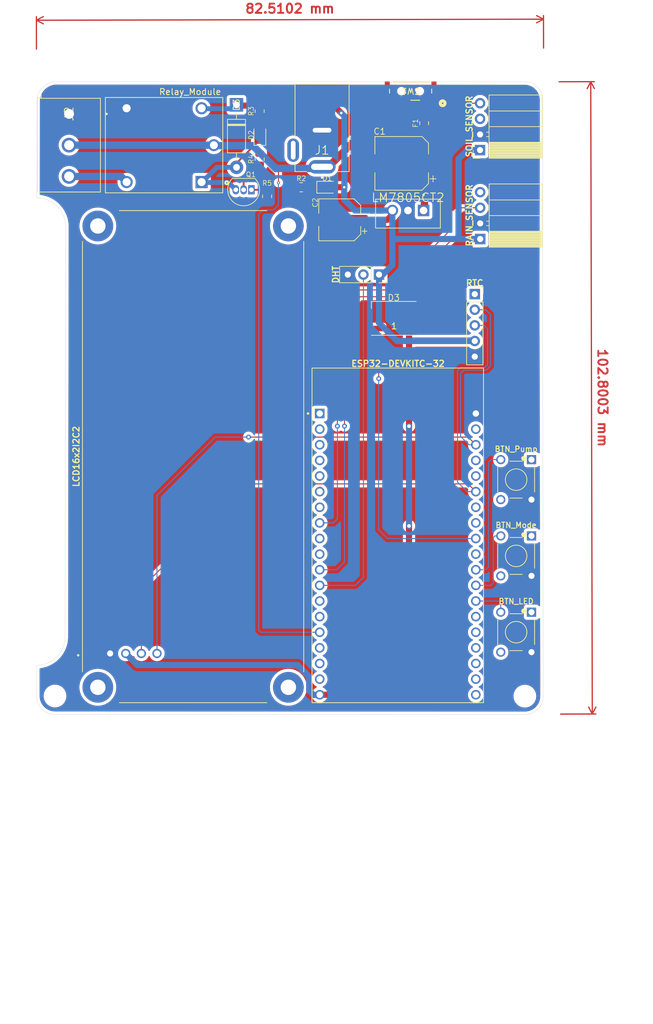
<source format=kicad_pcb>
(kicad_pcb (version 20240108) (generator "pcbnew") (generator_version "8.0")
  (layers (0 "F.Cu" signal) (31 "B.Cu" signal) (34 "B.Paste" user) (35 "F.Paste" user) (36 "B.SilkS" user "B.Silkscreen") (37 "F.SilkS" user "F.Silkscreen") (38 "B.Mask" user) (39 "F.Mask" user) (44 "Edge.Cuts" user))
  (net 0 "")
  (net 1 "+5V")
  (net 4 "Net-(D3-A)")
  (net 7 "/IO_14")
  (net 8 "GND")
  (net 9 "+3.3V")
  (net 10 "/IO_33")
  (net 11 "/IO_04")
  (net 12 "/IO_16")
  (net 13 "/IO_17")
  (net 14 "Net-(F1-Pad2)")
  (net 15 "/IO_22")
  (net 16 "/IO_21")
  (net 17 "Net-(D5-A)")
  (net 18 "Net-(J2-Pin_3)")
  (net 19 "Net-(Q1-B)")
  (net 20 "+12V")
  (net 21 "/IO_18")
  (net 22 "/IO_13")
  (net 23 "/IO_27")
  (net 24 "Net-(D1-K)")
  (net 54 "/+12V Power")
  (net 57 "Net-(Q1-E)")
  (footprint "Connector_PinSocket_2.54mm:PinSocket_1x04_P2.54mm_Horizontal" (layer "F.Cu") (at 172.18 62.7 180)
    (property "Reference" "RAIN_SENSOR" (at 1.75 3.85 90) (layer "F.SilkS") (effects (font (thickness 0.2) (bold yes))))
    (property "Value" "RAIN SENSOR" (hide yes))
    (pad "1" thru_hole rect (at 0 0 180) (size 1.7 1.7) (drill 1) (layers "*.Cu" "*.Mask") (net 1 "+5V"))
    (pad "2" thru_hole oval (at 0 2.54 180) (size 1.7 1.7) (drill 1) (layers "*.Cu" "*.Mask") (net 8 "GND"))
    (pad "3" thru_hole oval (at 0 5.08 180) (size 1.7 1.7) (drill 1) (layers "*.Cu" "*.Mask") (net 23 "/IO_27"))
    (pad "4" thru_hole oval (at 0 7.62 180) (size 1.7 1.7) (drill 1) (layers "*.Cu" "*.Mask"))
  )
  (footprint "Package_TO_SOT_THT:TO-92_Inline" (layer "F.Cu") (at 134.96 54.695 180)
    (property "Reference" "Q1" (at 0.09 2.475 0) (layer "F.SilkS") (effects (font (size 0.8 0.8) (thickness 0.1))))
    (property "Value" "2N3904" (hide yes))
    (pad "1" thru_hole rect (at 0 0 180) (size 1.05 1.5) (drill 0.75) (layers "*.Cu" "*.Mask") (net 57 "Net-(Q1-E)"))
    (pad "2" thru_hole oval (at 1.27 0 180) (size 1.05 1.5) (drill 0.75) (layers "*.Cu" "*.Mask") (net 19 "Net-(Q1-B)"))
    (pad "3" thru_hole oval (at 2.54 0 180) (size 1.05 1.5) (drill 0.75) (layers "*.Cu" "*.Mask") (net 4 "Net-(D3-A)"))
  )
  (footprint "Fuse:Fuse_0805_2012Metric" (layer "F.Cu") (at 163.07 43.87 90)
    (property "Reference" "F1" (at 0 -1.42 90) (layer "F.SilkS") (effects (font (size 0.8 0.8) (thickness 0.1))))
    (property "Value" "Fuse" (hide yes))
    (pad "1" smd roundrect (at -0.9375 0 90) (size 0.975 1.4) (layers "F.Cu" "F.Paste" "F.Mask") (net 20 "+12V"))
    (pad "2" smd roundrect (at 0.9375 0 90) (size 0.975 1.4) (layers "F.Cu" "F.Paste" "F.Mask") (net 14 "Net-(F1-Pad2)"))
  )
  (footprint "Smart_Farm:LM7805CT" (layer "F.Cu") (at 160.43 58.06 180)
    (property "Reference" "LM7805CT2" (at 0 2.09 0) (layer "F.SilkS") (effects (font (size 1.4 1.4))))
    (property "Value" "LM7805CT" (hide yes))
    (pad "1" thru_hole rect (at -2.54 0 180) (size 1.86 1.86) (drill 1.24) (layers "*.Cu" "*.Mask") (net 20 "+12V"))
    (pad "2" thru_hole circle (at 0 0 180) (size 1.86 1.86) (drill 1.24) (layers "*.Cu" "*.Mask") (net 8 "GND"))
    (pad "3" thru_hole circle (at 2.54 0 180) (size 1.86 1.86) (drill 1.24) (layers "*.Cu" "*.Mask") (net 1 "+5V"))
  )
  (footprint "Smart_Farm:MODULE_ESP32-DEVKITC-32D" (layer "F.Cu") (at 158.77 110.83)
    (property "Reference" "ESP32-DEVKITC-32" (at 0.04 -27.87 0) (layer "F.SilkS") (effects (font (size 1.000386 1.000386) (thickness 0.200077) (bold yes))))
    (property "Value" "ESP32-DEVKITC-32D" (hide yes))
    (pad "J2-1" thru_hole rect (at -12.7 -19.76) (size 1.56 1.56) (drill 1.04) (layers "*.Cu" "*.Mask") (net 9 "+3.3V"))
    (pad "J2-2" thru_hole circle (at -12.7 -17.22) (size 1.56 1.56) (drill 1.04) (layers "*.Cu" "*.Mask"))
    (pad "J2-3" thru_hole circle (at -12.7 -14.68) (size 1.56 1.56) (drill 1.04) (layers "*.Cu" "*.Mask"))
    (pad "J2-4" thru_hole circle (at -12.7 -12.14) (size 1.56 1.56) (drill 1.04) (layers "*.Cu" "*.Mask"))
    (pad "J2-5" thru_hole circle (at -12.7 -9.6) (size 1.56 1.56) (drill 1.04) (layers "*.Cu" "*.Mask"))
    (pad "J2-6" thru_hole circle (at -12.7 -7.06) (size 1.56 1.56) (drill 1.04) (layers "*.Cu" "*.Mask"))
    (pad "J2-7" thru_hole circle (at -12.7 -4.52) (size 1.56 1.56) (drill 1.04) (layers "*.Cu" "*.Mask"))
    (pad "J2-8" thru_hole circle (at -12.7 -1.98) (size 1.56 1.56) (drill 1.04) (layers "*.Cu" "*.Mask") (net 10 "/IO_33"))
    (pad "J2-9" thru_hole circle (at -12.7 0.56) (size 1.56 1.56) (drill 1.04) (layers "*.Cu" "*.Mask"))
    (pad "J2-10" thru_hole circle (at -12.7 3.1) (size 1.56 1.56) (drill 1.04) (layers "*.Cu" "*.Mask"))
    (pad "J2-11" thru_hole circle (at -12.7 5.64) (size 1.56 1.56) (drill 1.04) (layers "*.Cu" "*.Mask") (net 23 "/IO_27"))
    (pad "J2-12" thru_hole circle (at -12.7 8.18) (size 1.56 1.56) (drill 1.04) (layers "*.Cu" "*.Mask") (net 7 "/IO_14"))
    (pad "J2-13" thru_hole circle (at -12.7 10.72) (size 1.56 1.56) (drill 1.04) (layers "*.Cu" "*.Mask"))
    (pad "J2-14" thru_hole circle (at -12.7 13.26) (size 1.56 1.56) (drill 1.04) (layers "*.Cu" "*.Mask"))
    (pad "J2-15" thru_hole circle (at -12.7 15.8) (size 1.56 1.56) (drill 1.04) (layers "*.Cu" "*.Mask") (net 22 "/IO_13"))
    (pad "J2-16" thru_hole circle (at -12.7 18.34) (size 1.56 1.56) (drill 1.04) (layers "*.Cu" "*.Mask"))
    (pad "J2-17" thru_hole circle (at -12.7 20.88) (size 1.56 1.56) (drill 1.04) (layers "*.Cu" "*.Mask"))
    (pad "J2-18" thru_hole circle (at -12.7 23.42) (size 1.56 1.56) (drill 1.04) (layers "*.Cu" "*.Mask"))
    (pad "J2-19" thru_hole circle (at -12.7 25.96) (size 1.56 1.56) (drill 1.04) (layers "*.Cu" "*.Mask") (net 1 "+5V"))
    (pad "J3-1" thru_hole circle (at 12.7 -19.76) (size 1.56 1.56) (drill 1.04) (layers "*.Cu" "*.Mask") (net 8 "GND"))
    (pad "J3-2" thru_hole circle (at 12.7 -17.22) (size 1.56 1.56) (drill 1.04) (layers "*.Cu" "*.Mask"))
    (pad "J3-3" thru_hole circle (at 12.7 -14.68) (size 1.56 1.56) (drill 1.04) (layers "*.Cu" "*.Mask") (net 15 "/IO_22"))
    (pad "J3-4" thru_hole circle (at 12.7 -12.14) (size 1.56 1.56) (drill 1.04) (layers "*.Cu" "*.Mask"))
    (pad "J3-5" thru_hole circle (at 12.7 -9.6) (size 1.56 1.56) (drill 1.04) (layers "*.Cu" "*.Mask"))
    (pad "J3-6" thru_hole circle (at 12.7 -7.06) (size 1.56 1.56) (drill 1.04) (layers "*.Cu" "*.Mask") (net 16 "/IO_21"))
    (pad "J3-7" thru_hole circle (at 12.7 -4.52) (size 1.56 1.56) (drill 1.04) (layers "*.Cu" "*.Mask"))
    (pad "J3-8" thru_hole circle (at 12.7 -1.98) (size 1.56 1.56) (drill 1.04) (layers "*.Cu" "*.Mask"))
    (pad "J3-9" thru_hole circle (at 12.7 0.56) (size 1.56 1.56) (drill 1.04) (layers "*.Cu" "*.Mask") (net 21 "/IO_18"))
    (pad "J3-10" thru_hole circle (at 12.7 3.1) (size 1.56 1.56) (drill 1.04) (layers "*.Cu" "*.Mask"))
    (pad "J3-11" thru_hole circle (at 12.7 5.64) (size 1.56 1.56) (drill 1.04) (layers "*.Cu" "*.Mask") (net 13 "/IO_17"))
    (pad "J3-12" thru_hole circle (at 12.7 8.18) (size 1.56 1.56) (drill 1.04) (layers "*.Cu" "*.Mask") (net 12 "/IO_16"))
    (pad "J3-13" thru_hole circle (at 12.7 10.72) (size 1.56 1.56) (drill 1.04) (layers "*.Cu" "*.Mask") (net 11 "/IO_04"))
    (pad "J3-14" thru_hole circle (at 12.7 13.26) (size 1.56 1.56) (drill 1.04) (layers "*.Cu" "*.Mask"))
    (pad "J3-15" thru_hole circle (at 12.7 15.8) (size 1.56 1.56) (drill 1.04) (layers "*.Cu" "*.Mask"))
    (pad "J3-16" thru_hole circle (at 12.7 18.34) (size 1.56 1.56) (drill 1.04) (layers "*.Cu" "*.Mask"))
    (pad "J3-17" thru_hole circle (at 12.7 20.88) (size 1.56 1.56) (drill 1.04) (layers "*.Cu" "*.Mask"))
    (pad "J3-18" thru_hole circle (at 12.7 23.42) (size 1.56 1.56) (drill 1.04) (layers "*.Cu" "*.Mask"))
    (pad "J3-19" thru_hole circle (at 12.7 25.96) (size 1.56 1.56) (drill 1.04) (layers "*.Cu" "*.Mask"))
  )
  (footprint "Smart_Farm:Button" (layer "F.Cu") (at 178.03 126.61875 -90)
    (property "Reference" "BTN_LED" (at -5.00875 0 0) (layer "F.SilkS") (effects (font (size 0.9 0.9) (thickness 0.160239) (bold yes))))
    (property "Value" "FSM8JH" (hide yes))
    (pad "1" thru_hole rect (at -3.25 -2.5 270) (size 1.498 1.498) (drill 0.99) (layers "*.Cu" "*.Mask"))
    (pad "2" thru_hole circle (at -3.25 2.5 270) (size 1.498 1.498) (drill 0.99) (layers "*.Cu" "*.Mask") (net 11 "/IO_04"))
    (pad "3" thru_hole circle (at 3.25 -2.5 270) (size 1.498 1.498) (drill 0.99) (layers "*.Cu" "*.Mask") (net 8 "GND"))
    (pad "4" thru_hole circle (at 3.25 2.5 270) (size 1.498 1.498) (drill 0.99) (layers "*.Cu" "*.Mask"))
  )
  (footprint "Resistor_SMD:R_0805_2012Metric" (layer "F.Cu") (at 143.065 54.29)
    (property "Reference" "R2" (at 0.005 -1.42 0) (layer "F.SilkS") (effects (font (size 0.8 0.8) (thickness 0.1))))
    (property "Value" "1k")
    (pad "1" smd roundrect (at -0.9125 0) (size 1.025 1.4) (layers "F.Cu" "F.Paste" "F.Mask") (roundrect_rratio 0.243902) (net 8 "GND"))
    (pad "2" smd roundrect (at 0.9125 0) (size 1.025 1.4) (layers "F.Cu" "F.Paste" "F.Mask") (roundrect_rratio 0.243902) (net 24 "Net-(D1-K)"))
  )
  (footprint "Smart_Farm:RELAY_SRD-05VDC-SL-C" (layer "F.Cu") (at 120.75 47.44 180)
    (property "Reference" "Relay_Module" (at -4.23 8.67 0) (layer "F.SilkS") (effects (font (size 1.000094 1.000094))))
    (property "Value" "Relay Module" (hide yes))
    (pad "A1" thru_hole rect (at -6.1 -6 180) (size 1.98 1.98) (drill 1.32) (layers "*.Cu" "*.Mask") (net 4 "Net-(D3-A)"))
    (pad "A2" thru_hole circle (at -6.1 6 180) (size 1.98 1.98) (drill 1.32) (layers "*.Cu" "*.Mask") (net 1 "+5V"))
    (pad "COM" thru_hole circle (at -8.1 0 180) (size 1.935 1.935) (drill 1.29) (layers "*.Cu" "*.Mask") (net 54 "/+12V Power"))
    (pad "NC" thru_hole circle (at 6.1 -6 180) (size 1.98 1.98) (drill 1.32) (layers "*.Cu" "*.Mask") (net 18 "Net-(J2-Pin_3)"))
    (pad "NO" thru_hole circle (at 6.1 6 180) (size 1.98 1.98) (drill 1.32) (layers "*.Cu" "*.Mask") (net 8 "GND"))
  )
  (footprint "MountingHole:MountingHole_3.2mm_M3_ISO14580" (layer "F.Cu") (at 103 137)
    (property "Reference" "H1" (at 0 0 0) (layer "F.SilkS"))
    (property "Value" "MountingHole" (hide yes))
    (pad "" np_thru_hole circle (at 0 0) (size 3.2 3.2) (drill 3.2) (layers "*.Cu" "*.Mask"))
  )
  (footprint "Resistor_SMD:R_0805_2012Metric" (layer "F.Cu") (at 136.295 41.9125 90)
    (property "Reference" "R3" (at 0.0025 -1.375 90) (layer "F.SilkS") (effects (font (size 0.8 0.8) (thickness 0.1))))
    (property "Value" "1k" (hide yes))
    (pad "1" smd roundrect (at -0.9125 0 90) (size 1.025 1.4) (layers "F.Cu" "F.Paste" "F.Mask") (roundrect_rratio 0.243902) (net 17 "Net-(D5-A)"))
    (pad "2" smd roundrect (at 0.9125 0 90) (size 1.025 1.4) (layers "F.Cu" "F.Paste" "F.Mask") (roundrect_rratio 0.243902) (net 1 "+5V"))
  )
  (footprint "Diode_THT:D_DO-41_SOD81_P10.16mm_Horizontal" (layer "F.Cu") (at 132.53 40.885 -90)
    (property "Reference" "D3" (at 0 0 90) (layer "F.SilkS"))
    (property "Value" "1N4007" (hide yes))
    (pad "1" thru_hole rect (at 0 0 270) (size 2.2 2.2) (drill 1.1) (layers "*.Cu" "*.Mask") (net 1 "+5V"))
    (pad "2" thru_hole oval (at 10.16 0 270) (size 2.2 2.2) (drill 1.1) (layers "*.Cu" "*.Mask") (net 4 "Net-(D3-A)"))
  )
  (footprint "Smart_Farm:CUI_TB004-508-03BE" (layer "F.Cu") (at 105.2875 42.36 -90)
    (property "Reference" "J2" (at 0 0 90) (layer "F.SilkS") (effects (font (size 1.4 1.4))))
    (property "Value" "Screw_Terminal_01x03" (hide yes))
    (pad "1" thru_hole rect (at 0 0 270) (size 2.4 2.4) (drill 1.6) (layers "*.Cu" "*.Mask") (net 8 "GND"))
    (pad "2" thru_hole circle (at 5.08 0 270) (size 2.4 2.4) (drill 1.6) (layers "*.Cu" "*.Mask") (net 54 "/+12V Power"))
    (pad "3" thru_hole circle (at 10.16 0 270) (size 2.4 2.4) (drill 1.6) (layers "*.Cu" "*.Mask") (net 18 "Net-(J2-Pin_3)"))
  )
  (footprint "LED_SMD:LED_0805_2012Metric" (layer "F.Cu") (at 136.34 45.7925 90)
    (property "Reference" "D2" (at 0 -1.41 90) (layer "F.SilkS") (effects (font (size 0.8 0.8) (thickness 0.1))))
    (property "Value" "LED" (hide yes))
    (pad "1" smd roundrect (at -0.9375 0 90) (size 0.975 1.4) (layers "F.Cu" "F.Paste" "F.Mask") (net 4 "Net-(D3-A)"))
    (pad "2" smd roundrect (at 0.9375 0 90) (size 0.975 1.4) (layers "F.Cu" "F.Paste" "F.Mask") (net 17 "Net-(D5-A)"))
  )
  (footprint "Capacitor_SMD:CP_Elec_8x10.5" (layer "F.Cu") (at 159.41 50.4 180)
    (property "Reference" "C1" (at 3.6 5.2 0) (layer "F.SilkS") (effects (font (thickness 0.125))))
    (property "Value" "470uF" (hide yes))
    (pad "1" smd roundrect (at -3.7 0 180) (size 4.4 2.5) (layers "F.Cu" "F.Paste" "F.Mask") (roundrect_rratio 0.1) (net 20 "+12V"))
    (pad "2" smd roundrect (at 3.7 0 180) (size 4.4 2.5) (layers "F.Cu" "F.Paste" "F.Mask") (roundrect_rratio 0.1) (net 8 "GND"))
  )
  (footprint "Resistor_SMD:R_0805_2012Metric" (layer "F.Cu") (at 136.295 49.7125 -90)
    (property "Reference" "R4" (at 0 1.375 90) (layer "F.SilkS") (effects (font (size 0.8 0.8) (thickness 0.1))))
    (property "Value" "1k" (hide yes))
    (pad "1" smd roundrect (at -0.9125 0 270) (size 1.025 1.4) (layers "F.Cu" "F.Paste" "F.Mask") (roundrect_rratio 0.243902) (net 22 "/IO_13"))
    (pad "2" smd roundrect (at 0.9125 0 270) (size 1.025 1.4) (layers "F.Cu" "F.Paste" "F.Mask") (roundrect_rratio 0.243902) (net 19 "Net-(Q1-B)"))
  )
  (footprint "Smart_Farm:MK-12C02-G020_GSW" (layer "F.Cu") (at 160.8614 38.66 180)
    (property "Reference" "SW1" (at 0 0 180) (layer "F.SilkS"))
    (property "Value" "MK-12C02-G020" (hide yes))
    (pad "" np_thru_hole circle (at -1.4986 0 180) (size 0.889 0.889) (drill 0.889) (layers "*.Cu" "*.Mask"))
    (pad "" np_thru_hole circle (at 1.4986 0 180) (size 0.889 0.889) (drill 0.889) (layers "*.Cu" "*.Mask"))
    (pad "1" smd rect (at -2.2479 -2.07518 180) (size 0.889 1.2446) (layers "F.Cu" "F.Paste" "F.Mask") (net 14 "Net-(F1-Pad2)"))
    (pad "2" smd rect (at 0.7493 -2.07518 180) (size 0.889 1.2446) (layers "F.Cu" "F.Paste" "F.Mask") (net 54 "/+12V Power"))
    (pad "3" smd rect (at 2.2479 -2.07518 180) (size 0.889 1.2446) (layers "F.Cu" "F.Paste" "F.Mask"))
    (pad "4" smd rect (at -3.79984 -1.1303 180) (size 0.8128 0.9398) (layers "F.Cu" "F.Paste" "F.Mask") (net 8 "GND"))
    (pad "5" smd rect (at 3.79984 -1.1303 180) (size 0.8128 0.9398) (layers "F.Cu" "F.Paste" "F.Mask") (net 8 "GND"))
    (pad "6" smd rect (at -3.79984 1.1303 180) (size 0.8128 0.9398) (layers "F.Cu" "F.Paste" "F.Mask") (net 8 "GND"))
    (pad "7" smd rect (at 3.79984 1.1303 180) (size 0.8128 0.9398) (layers "F.Cu" "F.Paste" "F.Mask") (net 8 "GND"))
  )
  (footprint "MountingHole:MountingHole_3.2mm_M3_ISO14580" (layer "F.Cu") (at 179.45 137.02)
    (property "Reference" "H2" (at 0 0 0) (layer "F.SilkS"))
    (property "Value" "MountingHole" (hide yes))
    (pad "" np_thru_hole circle (at 0 0) (size 3.2 3.2) (drill 3.2) (layers "*.Cu" "*.Mask"))
  )
  (footprint "Smart_Farm:Button" (layer "F.Cu") (at 178.03 114.219375 -90)
    (property "Reference" "BTN_Mode" (at -4.999375 0.01 0) (layer "F.SilkS") (effects (font (size 0.9 0.9) (thickness 0.160239) (bold yes))))
    (property "Value" "FSM8JH" (hide yes))
    (pad "1" thru_hole rect (at -3.25 -2.5 270) (size 1.498 1.498) (drill 0.99) (layers "*.Cu" "*.Mask"))
    (pad "2" thru_hole circle (at -3.25 2.5 270) (size 1.498 1.498) (drill 0.99) (layers "*.Cu" "*.Mask") (net 12 "/IO_16"))
    (pad "3" thru_hole circle (at 3.25 -2.5 270) (size 1.498 1.498) (drill 0.99) (layers "*.Cu" "*.Mask") (net 8 "GND"))
    (pad "4" thru_hole circle (at 3.25 2.5 270) (size 1.498 1.498) (drill 0.99) (layers "*.Cu" "*.Mask"))
  )
  (footprint "Connector_PinSocket_2.54mm:PinSocket_1x04_P2.54mm_Horizontal" (layer "F.Cu") (at 172.16 48.24 180)
    (property "Reference" "SOIL_SENSOR" (at 1.75 3.85 90) (layer "F.SilkS") (effects (font (thickness 0.2) (bold yes))))
    (property "Value" "SOIL SENSOR" (hide yes))
    (pad "1" thru_hole rect (at 0 0 180) (size 1.7 1.7) (drill 1) (layers "*.Cu" "*.Mask") (net 1 "+5V"))
    (pad "2" thru_hole oval (at 0 2.54 180) (size 1.7 1.7) (drill 1) (layers "*.Cu" "*.Mask") (net 8 "GND"))
    (pad "3" thru_hole oval (at 0 5.08 180) (size 1.7 1.7) (drill 1) (layers "*.Cu" "*.Mask"))
    (pad "4" thru_hole oval (at 0 7.62 180) (size 1.7 1.7) (drill 1) (layers "*.Cu" "*.Mask") (net 10 "/IO_33"))
  )
  (footprint "Connector_PinSocket_2.54mm:PinSocket_1x03_P2.54mm_Vertical" (layer "F.Cu") (at 155.72 68.48 -90)
    (property "Reference" "DHT" (at -0.01 7.04 90) (layer "F.SilkS") (effects (font (thickness 0.2) (bold yes))))
    (property "Value" "DHT11" (hide yes))
    (pad "1" thru_hole rect (at 0 0 270) (size 1.7 1.7) (drill 1) (layers "*.Cu" "*.Mask") (net 1 "+5V"))
    (pad "2" thru_hole oval (at 0 2.54 270) (size 1.7 1.7) (drill 1) (layers "*.Cu" "*.Mask") (net 7 "/IO_14"))
    (pad "3" thru_hole oval (at 0 5.08 270) (size 1.7 1.7) (drill 1) (layers "*.Cu" "*.Mask") (net 8 "GND"))
  )
  (footprint "Resistor_SMD:R_0805_2012Metric" (layer "F.Cu") (at 137.51 55.7625 90)
    (property "Reference" "R5" (at 2.1425 0 180) (layer "F.SilkS") (effects (font (size 0.8 0.8) (thickness 0.1))))
    (property "Value" "10k" (hide yes))
    (pad "1" smd roundrect (at -0.9125 0 90) (size 1.025 1.4) (layers "F.Cu" "F.Paste" "F.Mask") (roundrect_rratio 0.243902) (net 8 "GND"))
    (pad "2" smd roundrect (at 0.9125 0 90) (size 1.025 1.4) (layers "F.Cu" "F.Paste" "F.Mask") (roundrect_rratio 0.243902) (net 57 "Net-(Q1-E)"))
  )
  (footprint "Smart_Farm:MPD_EJ508A" (layer "F.Cu") (at 146.45 48.26 180)
    (property "Reference" "J1" (at 0 0 0) (layer "F.SilkS") (effects (font (size 1.4 1.4))))
    (property "Value" "EJ508A")
    (pad "1" thru_hole oval (at 0 -2.705 180) (size 4.4 2.2) (drill oval 3.56 1.02) (layers "*.Cu" "*.Mask") (net 54 "/+12V Power"))
    (pad "2" thru_hole oval (at 0 3.25 180) (size 3.8 1.9) (drill oval 3.05 0.76) (layers "*.Cu" "*.Mask") (net 8 "GND"))
    (pad "3" thru_hole oval (at 4.69 0 180) (size 1.9 3.8) (drill oval 0.76 3.05) (layers "*.Cu" "*.Mask"))
  )
  (footprint "LED_SMD:LED_WS2812B_PLCC4_5.0x5.0mm_P3.2mm" (layer "F.Cu") (at 158.12 75.6 180)
    (property "Reference" "D3" (at 0 3.35 0) (layer "F.SilkS") (effects (font (thickness 0.125))))
    (property "Value" "WS2812B" (hide yes))
    (fp_text user "1" (at -0.05 -1.26 360) (layer "F.SilkS"))
    (pad "1" smd rect (at -2.45 -1.65 180) (size 1.5 0.9) (layers "F.Cu" "F.Paste" "F.Mask") (net 1 "+5V"))
    (pad "2" smd rect (at -2.45 1.65 180) (size 1.5 0.9) (layers "F.Cu" "F.Paste" "F.Mask"))
    (pad "3" smd rect (at 2.45 1.65 180) (size 1.5 0.9) (layers "F.Cu" "F.Paste" "F.Mask") (net 8 "GND"))
    (pad "4" smd rect (at 2.45 -1.65 180) (size 1.5 0.9) (layers "F.Cu" "F.Paste" "F.Mask") (net 21 "/IO_18"))
  )
  (footprint "Smart_Farm:Button" (layer "F.Cu") (at 178.03 101.82 -90)
    (property "Reference" "BTN_Pump" (at -4.97 0 0) (layer "F.SilkS") (effects (font (size 0.9 0.9) (thickness 0.160239) (bold yes))))
    (property "Value" "FSM8JH" (hide yes))
    (pad "1" thru_hole rect (at -3.25 -2.5 270) (size 1.498 1.498) (drill 0.99) (layers "*.Cu" "*.Mask"))
    (pad "2" thru_hole circle (at -3.25 2.5 270) (size 1.498 1.498) (drill 0.99) (layers "*.Cu" "*.Mask") (net 13 "/IO_17"))
    (pad "3" thru_hole circle (at 3.25 -2.5 270) (size 1.498 1.498) (drill 0.99) (layers "*.Cu" "*.Mask") (net 8 "GND"))
    (pad "4" thru_hole circle (at 3.25 2.5 270) (size 1.498 1.498) (drill 0.99) (layers "*.Cu" "*.Mask"))
  )
  (footprint "LED_SMD:LED_0805_2012Metric" (layer "F.Cu") (at 147.285 54.28)
    (property "Reference" "D1" (at 0.005 -1.45 0) (layer "F.SilkS") (effects (font (size 0.8 0.8) (thickness 0.1))))
    (property "Value" "LED" (hide yes))
    (pad "1" smd roundrect (at -0.9375 0) (size 0.975 1.4) (layers "F.Cu" "F.Paste" "F.Mask") (net 24 "Net-(D1-K)"))
    (pad "2" smd roundrect (at 0.9375 0) (size 0.975 1.4) (layers "F.Cu" "F.Paste" "F.Mask") (net 1 "+5V"))
  )
  (footprint "Smart_Farm:LCD_LCD2X16" (layer "F.Cu") (at 125.47 98.08 90)
    (property "Reference" "LCD16x2I2C2" (at 0.02 -19.02 90) (layer "F.SilkS") (effects (font (thickness 0.2) (bold yes))))
    (property "Value" "LCD 16x2 I2C" (hide yes))
    (pad "1" thru_hole rect (at -32 -13.5) (size 1.508 1.508) (drill 1) (layers "*.Cu" "*.Mask") (net 8 "GND"))
    (pad "2" thru_hole circle (at -32 -10.96) (size 1.508 1.508) (drill 1) (layers "*.Cu" "*.Mask") (net 1 "+5V"))
    (pad "3" thru_hole circle (at -32 -8.42) (size 1.508 1.508) (drill 1) (layers "*.Cu" "*.Mask") (net 16 "/IO_21"))
    (pad "4" thru_hole circle (at -32 -5.88) (size 1.508 1.508) (drill 1) (layers "*.Cu" "*.Mask") (net 15 "/IO_22"))
    (pad "S1" thru_hole circle (at -37.5 -15.5 90) (size 5 5) (drill 2.5) (layers "*.Cu" "*.Mask"))
    (pad "S2" thru_hole circle (at 37.5 -15.5 90) (size 5 5) (drill 2.5) (layers "*.Cu" "*.Mask"))
    (pad "S3" thru_hole circle (at 37.5 15.5 90) (size 5 5) (drill 2.5) (layers "*.Cu" "*.Mask"))
    (pad "S4" thru_hole circle (at -37.5 15.5 90) (size 5 5) (drill 2.5) (layers "*.Cu" "*.Mask"))
  )
  (footprint "Connector_PinSocket_2.54mm:PinSocket_1x05_P2.54mm_Vertical" (layer "F.Cu") (at 171.3 71.66)
    (property "Reference" "RTC" (at -0.025 -1.8 0) (layer "F.SilkS") (effects (font (thickness 0.2) (bold yes))))
    (property "Value" "RTC" (hide yes))
    (pad "1" thru_hole rect (at 0 0) (size 1.7 1.7) (drill 1) (layers "*.Cu" "*.Mask"))
    (pad "2" thru_hole oval (at 0 2.54) (size 1.7 1.7) (drill 1) (layers "*.Cu" "*.Mask") (net 15 "/IO_22"))
    (pad "3" thru_hole oval (at 0 5.08) (size 1.7 1.7) (drill 1) (layers "*.Cu" "*.Mask") (net 16 "/IO_21"))
    (pad "4" thru_hole oval (at 0 7.62) (size 1.7 1.7) (drill 1) (layers "*.Cu" "*.Mask") (net 1 "+5V"))
    (pad "5" thru_hole oval (at 0 10.16) (size 1.7 1.7) (drill 1) (layers "*.Cu" "*.Mask") (net 8 "GND"))
  )
  (footprint "Capacitor_SMD:CP_Elec_6.3x5.4" (layer "F.Cu") (at 149.33 59.58 180)
    (property "Reference" "C2" (at 3.99 2.8 270) (layer "F.SilkS") (effects (font (size 0.8 0.8) (thickness 0.1))))
    (property "Value" "100uF" (hide yes))
    (pad "1" smd roundrect (at -2.8 0 180) (size 3.5 1.6) (layers "F.Cu" "F.Paste" "F.Mask") (roundrect_rratio 0.15625) (net 1 "+5V"))
    (pad "2" smd roundrect (at 2.8 0 180) (size 3.5 1.6) (layers "F.Cu" "F.Paste" "F.Mask") (roundrect_rratio 0.15625) (net 8 "GND"))
  )
  (gr_line (start 100.77 39.68) (end 100.77 39.115) (stroke (width 0.1)) (layer "F.SilkS"))
  (gr_line (start 100.205 39.68) (end 100.77 39.68) (stroke (width 0.1)) (layer "F.SilkS"))
  (gr_arc (start 182.45 137.02) (mid 181.57132 139.14132) (end 179.45 140.02) (stroke (width 0.05)) (layer "Edge.Cuts"))
  (gr_line (start 182.321399 72.991018) (end 182.453688 134.048077) (stroke (width 0.05)) (layer "Edge.Cuts"))
  (gr_line (start 100 137) (end 99.99 132.02) (stroke (width 0.05)) (layer "Edge.Cuts"))
  (gr_line (start 182.370129 40.08) (end 182.321399 72.991018) (stroke (width 0.05)) (layer "Edge.Cuts"))
  (gr_line (start 104.730034 60.711696) (end 104.641741 127.328367) (stroke (width 0.05)) (layer "Edge.Cuts"))
  (gr_arc (start 179.594663 37.13) (mid 181.567199 38.054796) (end 182.370129 40.08) (stroke (width 0.05)) (layer "Edge.Cuts"))
  (gr_arc (start 103 140) (mid 100.87868 139.12132) (end 100 137) (stroke (width 0.05)) (layer "Edge.Cuts"))
  (gr_line (start 100.018304 55.999966) (end 100.03267 40.342073) (stroke (width 0.05)) (layer "Edge.Cuts"))
  (gr_line (start 182.453688 134.048077) (end 182.45 137.02) (stroke (width 0.05)) (layer "Edge.Cuts"))
  (gr_line (start 103.55 37.1) (end 179.594663 37.13) (stroke (width 0.05)) (layer "Edge.Cuts"))
  (gr_arc (start 100.03267 40.342073) (mid 101.080892 37.950275) (end 103.55 37.1) (stroke (width 0.05)) (layer "Edge.Cuts"))
  (gr_line (start 179.45 140.02) (end 103 140) (stroke (width 0.05)) (layer "Edge.Cuts"))
  (gr_arc (start 100.018304 55.999966) (mid 103.35 57.38) (end 104.730034 60.711696) (stroke (width 0.05)) (layer "Edge.Cuts"))
  (gr_arc (start 104.641741 127.328367) (mid 103.281678 130.631779) (end 99.99 132.02) (stroke (width 0.05)) (layer "Edge.Cuts"))
  (dimension (type aligned) (layer "F.Cu") (pts (xy 184.515786 37.133751) (xy 184.765786 139.933751)) (height -5.654231) (gr_text "102.8003 mm" (at 192.094995 88.515623 270.1393377) (layer "F.Cu") (effects (font (size 1.5 1.5) (thickness 0.3)))) (format (prefix "") (suffix "") (units 3) (units_format 1) (precision 4)) (style (thickness 0.2) (arrow_length 1.27) (text_position_mode 0) (extension_height 0.58642) (extension_offset 0.5) keep_text_aligned))
  (dimension (type aligned) (layer "F.Cu") (pts (xy 99.980711 32.328621) (xy 182.490711 32.158621)) (height -5.198632) (gr_text "82.5102 mm" (at 141.221291 25.245004 0.1180495544) (layer "F.Cu") (effects (font (size 1.5 1.5) (thickness 0.3)))) (format (prefix "") (suffix "") (units 3) (units_format 1) (precision 4)) (style (thickness 0.2) (arrow_length 1.27) (text_position_mode 0) (extension_height 0.58642) (extension_offset 0.5) keep_text_aligned))
  (segment (start 136.285 41.01) (end 136.295 41) (width 1) (layer "F.Cu") (net 1))
  (segment (start 133.07 40.345) (end 132.53 40.885) (width 0.8) (layer "F.Cu") (net 1))
  (segment (start 160.7 79.21) (end 171.23 79.21) (width 1) (layer "F.Cu") (net 1))
  (segment (start 150.0575 54.28) (end 148.2225 54.28) (width 1) (layer "F.Cu") (net 1))
  (segment (start 157.89 58.74) (end 157.89 58.06) (width 1) (layer "F.Cu") (net 1))
  (segment (start 149.58 42.21) (end 148.37 41) (width 1) (layer "F.Cu") (net 1))
  (segment (start 152.13 59.58) (end 157.05 59.58) (width 1) (layer "F.Cu") (net 1))
  (segment (start 157.05 59.58) (end 157.89 58.74) (width 1) (layer "F.Cu") (net 1))
  (segment (start 160.6 77.84) (end 160.6 93.12) (width 1) (layer "F.Cu") (net 1))
  (segment (start 160.57 77.81) (end 160.6 77.84) (width 1) (layer "F.Cu") (net 1))
  (segment (start 171.23 79.21) (end 171.3 79.28) (width 1) (layer "F.Cu") (net 1))
  (segment (start 160.6 135.55) (end 159.36 136.79) (width 1) (layer "F.Cu") (net 1))
  (segment (start 160.57 77.25) (end 160.57 77.81) (width 1) (layer "F.Cu") (net 1))
  (segment (start 160.6 109.35) (end 160.6 135.55) (width 1) (layer "F.Cu") (net 1))
  (segment (start 160.6 79.11) (end 160.7 79.21) (width 1) (layer "F.Cu") (net 1))
  (segment (start 148.37 41) (end 136.295 41) (width 1) (layer "F.Cu") (net 1))
  (segment (start 159.36 136.79) (end 146.07 136.79) (width 1) (layer "F.Cu") (net 1))
  (segment (start 132.655 41.01) (end 136.285 41.01) (width 1) (layer "F.Cu") (net 1))
  (segment (start 160.6 77.84) (end 160.6 79.11) (width 1) (layer "F.Cu") (net 1))
  (via (at 150.0575 54.28) (size 0.8) (drill 0.4) (layers "F.Cu" "B.Cu") (net 1))
  (via (at 160.6 109.35) (size 1) (drill 0.6) (layers "F.Cu" "B.Cu") (net 1))
  (via (at 149.58 42.21) (size 0.8) (drill 0.4) (layers "F.Cu" "B.Cu") (net 1))
  (via (at 160.6 93.12) (size 1) (drill 0.6) (layers "F.Cu" "B.Cu") (net 1))
  (segment (start 150.0575 54.28) (end 150.09 54.2475) (width 1) (layer "B.Cu") (net 1))
  (segment (start 151.84 58.06) (end 157.89 58.06) (width 1) (layer "B.Cu") (net 1))
  (segment (start 160.6 93.12) (end 160.6 109.35) (width 1) (layer "B.Cu") (net 1))
  (segment (start 171.3 79.28) (end 158.66 79.28) (width 1) (layer "B.Cu") (net 1))
  (segment (start 157.89 66.93) (end 156.34 68.48) (width 1) (layer "B.Cu") (net 1))
  (segment (start 155.72 76.34) (end 155.72 68.48) (width 1) (layer "B.Cu") (net 1))
  (segment (start 150.0575 54.28) (end 150.0575 56.2775) (width 1) (layer "B.Cu") (net 1))
  (segment (start 150.09 54.2475) (end 150.09 42.72) (width 1) (layer "B.Cu") (net 1))
  (segment (start 157.89 58.06) (end 157.89 62.73) (width 1) (layer "B.Cu") (net 1))
  (segment (start 150.09 42.72) (end 149.58 42.21) (width 1) (layer "B.Cu") (net 1))
  (segment (start 157.89 62.73) (end 157.89 66.93) (width 1) (layer "B.Cu") (net 1))
  (segment (start 142.46 131.96) (end 144.35 133.85) (width 1) (layer "B.Cu") (net 1))
  (segment (start 126.9275 41.515) (end 131.9 41.515) (width 0.8) (layer "B.Cu") (net 1))
  (segment (start 172.13 62.65) (end 172.18 62.7) (width 1) (layer "B.Cu") (net 1))
  (segment (start 168.66 62.65) (end 168.71 62.7) (width 1) (layer "B.Cu") (net 1))
  (segment (start 116.39 131.96) (end 142.46 131.96) (width 1) (layer "B.Cu") (net 1))
  (segment (start 144.35 133.85) (end 144.35 136.11) (width 1) (layer "B.Cu") (net 1))
  (segment (start 170.08 48.24) (end 168.66 49.66) (width 1) (layer "B.Cu") (net 1))
  (segment (start 157.92 62.7) (end 157.89 62.73) (width 1) (layer "B.Cu") (net 1))
  (segment (start 131.9 41.515) (end 132.53 40.885) (width 0.8) (layer "B.Cu") (net 1))
  (segment (start 168.71 62.7) (end 172.18 62.7) (width 1) (layer "B.Cu") (net 1))
  (segment (start 144.35 136.11) (end 145.06 136.82) (width 1) (layer "B.Cu") (net 1))
  (segment (start 172.02 48.24) (end 170.08 48.24) (width 1) (layer "B.Cu") (net 1))
  (segment (start 145.06 136.82) (end 146.07 136.82) (width 1) (layer "B.Cu") (net 1))
  (segment (start 156.34 68.48) (end 155.72 68.48) (width 1) (layer "B.Cu") (net 1))
  (segment (start 158.66 79.28) (end 155.72 76.34) (width 1) (layer "B.Cu") (net 1))
  (segment (start 168.66 49.66) (end 168.66 62.65) (width 1) (layer "B.Cu") (net 1))
  (segment (start 114.51 130.08) (end 116.39 131.96) (width 1) (layer "B.Cu") (net 1))
  (segment (start 150.0575 56.2775) (end 151.84 58.06) (width 1) (layer "B.Cu") (net 1))
  (segment (start 172.18 62.7) (end 157.92 62.7) (width 1) (layer "B.Cu") (net 1))
  (segment (start 136.17 46.73) (end 132.53 50.37) (width 0.3) (layer "F.Cu") (net 4))
  (segment (start 136.33 46.74) (end 136.34 46.73) (width 0.8) (layer "F.Cu") (net 4))
  (segment (start 136.34 46.73) (end 136.17 46.73) (width 0.3) (layer "F.Cu") (net 4))
  (segment (start 135.7775 46.74) (end 136.33 46.74) (width 0.8) (layer "F.Cu") (net 4))
  (segment (start 132.53 50.37) (end 132.53 51.045) (width 0.3) (layer "F.Cu") (net 4))
  (segment (start 126.95 53.44) (end 126.85 53.44) (width 0.8) (layer "B.Cu") (net 4))
  (segment (start 132.53 51.045) (end 129.345 51.045) (width 0.8) (layer "B.Cu") (net 4))
  (segment (start 126.9275 53.515) (end 131.24 53.515) (width 0.8) (layer "B.Cu") (net 4))
  (segment (start 131.24 53.515) (end 132.42 54.695) (width 0.8) (layer "B.Cu") (net 4))
  (segment (start 129.345 51.045) (end 126.95 53.44) (width 0.8) (layer "B.Cu") (net 4))
  (segment (start 153.18 117.69) (end 151.86 119.01) (width 0.16) (layer "B.Cu") (net 7))
  (segment (start 151.86 119.01) (end 146.07 119.01) (width 0.16) (layer "B.Cu") (net 7))
  (segment (start 153.18 68.48) (end 153.18 117.69) (width 0.16) (layer "B.Cu") (net 7))
  (segment (start 113.73 42.36) (end 114.65 41.44) (width 1.2) (layer "B.Cu") (net 8))
  (segment (start 105.2875 42.36) (end 113.73 42.36) (width 1.2) (layer "B.Cu") (net 8))
  (segment (start 169.3 40.62) (end 172.02 40.62) (width 0.16) (layer "F.Cu") (net 10))
  (segment (start 157.59 70.98) (end 167.05 61.52) (width 0.16) (layer "F.Cu") (net 10))
  (segment (start 148.94 93.12) (end 148.94 90.96) (width 0.16) (layer "F.Cu") (net 10))
  (segment (start 148.93 90.95) (end 148.93 74.23) (width 0.16) (layer "F.Cu") (net 10))
  (segment (start 167.05 61.52) (end 167.05 42.87) (width 0.16) (layer "F.Cu") (net 10))
  (segment (start 152.18 70.98) (end 157.59 70.98) (width 0.16) (layer "F.Cu") (net 10))
  (segment (start 167.05 42.87) (end 169.3 40.62) (width 0.16) (layer "F.Cu") (net 10))
  (segment (start 148.93 74.23) (end 152.18 70.98) (width 0.16) (layer "F.Cu") (net 10))
  (segment (start 148.94 90.96) (end 148.93 90.95) (width 0.16) (layer "F.Cu") (net 10))
  (via (at 148.94 93.12) (size 0.8) (drill 0.4) (layers "F.Cu" "B.Cu") (net 10))
  (segment (start 148.95 93.13) (end 148.95 108.21) (width 0.16) (layer "B.Cu") (net 10))
  (segment (start 148.94 93.12) (end 148.95 93.13) (width 0.16) (layer "B.Cu") (net 10))
  (segment (start 148.31 108.85) (end 146.07 108.85) (width 0.16) (layer "B.Cu") (net 10))
  (segment (start 148.95 108.21) (end 148.31 108.85) (width 0.16) (layer "B.Cu") (net 10))
  (segment (start 175.15 121.55) (end 171.47 121.55) (width 0.16) (layer "B.Cu") (net 11))
  (segment (start 175.53 121.93) (end 175.15 121.55) (width 0.16) (layer "B.Cu") (net 11))
  (segment (start 175.53 123.36875) (end 175.53 121.93) (width 0.16) (layer "B.Cu") (net 11))
  (segment (start 174.31 118.63) (end 173.93 119.01) (width 0.16) (layer "B.Cu") (net 12))
  (segment (start 174.31 111.24) (end 174.31 118.63) (width 0.16) (layer "B.Cu") (net 12))
  (segment (start 173.93 119.01) (end 171.47 119.01) (width 0.16) (layer "B.Cu") (net 12))
  (segment (start 175.53 110.969375) (end 174.580625 110.969375) (width 0.16) (layer "B.Cu") (net 12))
  (segment (start 174.580625 110.969375) (end 174.31 111.24) (width 0.16) (layer "B.Cu") (net 12))
  (segment (start 173.94 98.57) (end 173.53 98.98) (width 0.16) (layer "B.Cu") (net 13))
  (segment (start 173.53 98.98) (end 173.53 116.01) (width 0.16) (layer "B.Cu") (net 13))
  (segment (start 173.53 116.01) (end 173.07 116.47) (width 0.16) (layer "B.Cu") (net 13))
  (segment (start 173.07 116.47) (end 171.47 116.47) (width 0.16) (layer "B.Cu") (net 13))
  (segment (start 175.49 98.57) (end 173.94 98.57) (width 0.16) (layer "B.Cu") (net 13))
  (segment (start 163.1093 40.73518) (end 163.1093 42.8932) (width 1) (layer "F.Cu") (net 14))
  (segment (start 163.1093 42.8932) (end 163.07 42.9325) (width 1) (layer "F.Cu") (net 14))
  (segment (start 134.49 94.9) (end 134.39 95) (width 0.16) (layer "F.Cu") (net 15))
  (segment (start 170.22 94.9) (end 171.47 96.15) (width 0.16) (layer "F.Cu") (net 15))
  (segment (start 134.49 94.9) (end 170.22 94.9) (width 0.16) (layer "F.Cu") (net 15))
  (via (at 134.49 94.9) (size 0.8) (drill 0.4) (layers "F.Cu" "B.Cu") (net 15))
  (segment (start 168.99 84.53) (end 168.99 94.79) (width 0.16) (layer "B.Cu") (net 15))
  (segment (start 173.85 83.35) (end 173.21 83.99) (width 0.16) (layer "B.Cu") (net 15))
  (segment (start 169.53 83.99) (end 168.99 84.53) (width 0.16) (layer "B.Cu") (net 15))
  (segment (start 168.99 94.79) (end 170.35 96.15) (width 0.16) (layer "B.Cu") (net 15))
  (segment (start 119.59 104.4) (end 119.59 130.08) (width 0.16) (layer "B.Cu") (net 15))
  (segment (start 129.09 94.9) (end 119.59 104.4) (width 0.16) (layer "B.Cu") (net 15))
  (segment (start 173.21 83.99) (end 169.53 83.99) (width 0.16) (layer "B.Cu") (net 15))
  (segment (start 171.3 74.2) (end 173.09 74.2) (width 0.16) (layer "B.Cu") (net 15))
  (segment (start 173.09 74.2) (end 173.85 74.96) (width 0.16) (layer "B.Cu") (net 15))
  (segment (start 170.35 96.15) (end 171.47 96.15) (width 0.16) (layer "B.Cu") (net 15))
  (segment (start 134.49 94.9) (end 129.09 94.9) (width 0.16) (layer "B.Cu") (net 15))
  (segment (start 173.85 74.96) (end 173.85 83.35) (width 0.16) (layer "B.Cu") (net 15))
  (segment (start 134.01 102.51) (end 170.21 102.51) (width 0.16) (layer "F.Cu") (net 16))
  (segment (start 170.21 102.51) (end 171.47 103.77) (width 0.16) (layer "F.Cu") (net 16))
  (segment (start 117.05 119.47) (end 134.01 102.51) (width 0.16) (layer "F.Cu") (net 16))
  (segment (start 117.05 130.08) (end 117.05 119.47) (width 0.16) (layer "F.Cu") (net 16))
  (segment (start 168.49 102.2) (end 170.06 103.77) (width 0.16) (layer "B.Cu") (net 16))
  (segment (start 171.3 76.74) (end 172.8 76.74) (width 0.16) (layer "B.Cu") (net 16))
  (segment (start 172.8 76.74) (end 173.38 77.32) (width 0.16) (layer "B.Cu") (net 16))
  (segment (start 173.38 77.32) (end 173.38 83.17) (width 0.16) (layer "B.Cu") (net 16))
  (segment (start 168.49 84.47) (end 168.49 102.2) (width 0.16) (layer "B.Cu") (net 16))
  (segment (start 168.49 84.13) (end 168.49 84.47) (width 0.16) (layer "B.Cu") (net 16))
  (segment (start 173.38 83.17) (end 172.96 83.59) (width 0.16) (layer "B.Cu") (net 16))
  (segment (start 170.06 103.77) (end 171.47 103.77) (width 0.16) (layer "B.Cu") (net 16))
  (segment (start 169.03 83.59) (end 168.49 84.13) (width 0.16) (layer "B.Cu") (net 16))
  (segment (start 172.96 83.59) (end 169.03 83.59) (width 0.16) (layer "B.Cu") (net 16))
  (segment (start 136.34 42.87) (end 136.34 44.855) (width 0.8) (layer "F.Cu") (net 17))
  (segment (start 136.295 42.825) (end 136.34 42.87) (width 0.8) (layer "F.Cu") (net 17))
  (segment (start 113.73 52.52) (end 114.65 53.44) (width 1.2) (layer "B.Cu") (net 18))
  (segment (start 105.2875 52.52) (end 113.73 52.52) (width 1.2) (layer "B.Cu") (net 18))
  (segment (start 136.295 50.625) (end 133.69 53.23) (width 0.3) (layer "F.Cu") (net 19))
  (segment (start 133.69 53.23) (end 133.69 54.695) (width 0.3) (layer "F.Cu") (net 19))
  (segment (start 163.11 50.4) (end 163.11 57.92) (width 1.2) (layer "F.Cu") (net 20))
  (segment (start 163.11 57.92) (end 162.97 58.06) (width 1.2) (layer "F.Cu") (net 20))
  (segment (start 163.07 44.8075) (end 163.11 44.8475) (width 1.2) (layer "F.Cu") (net 20))
  (segment (start 163.11 44.8475) (end 163.11 50.4) (width 1.2) (layer "F.Cu") (net 20))
  (segment (start 155.67 85.4) (end 155.67 77.25) (width 0.16) (layer "F.Cu") (net 21))
  (via (at 155.67 85.4) (size 0.8) (drill 0.4) (layers "F.Cu" "B.Cu") (net 21))
  (segment (start 171.47 111.39) (end 157.08 111.39) (width 0.16) (layer "B.Cu") (net 21))
  (segment (start 157.08 111.39) (end 155.66 109.97) (width 0.16) (layer "B.Cu") (net 21))
  (segment (start 155.66 85.41) (end 155.67 85.4) (width 0.16) (layer "B.Cu") (net 21))
  (segment (start 155.66 109.97) (end 155.66 85.41) (width 0.16) (layer "B.Cu") (net 21))
  (segment (start 139.36 51.865) (end 139.36 53.555) (width 0.16) (layer "F.Cu") (net 22))
  (segment (start 136.295 48.8) (end 139.36 51.865) (width 0.16) (layer "F.Cu") (net 22))
  (via (at 139.36 53.555) (size 0.5) (drill 0.25) (layers "F.Cu" "B.Cu") (net 22))
  (segment (start 136.15 59.82) (end 136.15 126.28) (width 0.16) (layer "B.Cu") (net 22))
  (segment (start 136.5 126.63) (end 146.07 126.63) (width 0.16) (layer "B.Cu") (net 22))
  (segment (start 139.28 53.475) (end 139.34 53.535) (width 0.16) (layer "B.Cu") (net 22))
  (segment (start 136.15 126.28) (end 136.5 126.63) (width 0.16) (layer "B.Cu") (net 22))
  (segment (start 145.82 126.88) (end 146.07 126.63) (width 0.16) (layer "B.Cu") (net 22))
  (segment (start 146.07 126.63) (end 146.07 126.66) (width 0.16) (layer "B.Cu") (net 22))
  (segment (start 139.34 57.205) (end 138.57 57.975) (width 0.16) (layer "B.Cu") (net 22))
  (segment (start 138.57 57.975) (end 136.83 57.975) (width 0.16) (layer "B.Cu") (net 22))
  (segment (start 136.15 58.655) (end 136.15 59.82) (width 0.16) (layer "B.Cu") (net 22))
  (segment (start 139.34 53.535) (end 139.34 57.205) (width 0.16) (layer "B.Cu") (net 22))
  (segment (start 136.83 57.975) (end 136.15 58.655) (width 0.16) (layer "B.Cu") (net 22))
  (segment (start 158.3 72.08) (end 168.31 62.07) (width 0.16) (layer "F.Cu") (net 23))
  (segment (start 168.31 58.46) (end 169.15 57.62) (width 0.16) (layer "F.Cu") (net 23))
  (segment (start 169.15 57.62) (end 172.18 57.62) (width 0.16) (layer "F.Cu") (net 23))
  (segment (start 168.31 62.07) (end 168.31 58.46) (width 0.16) (layer "F.Cu") (net 23))
  (segment (start 152.64 72.08) (end 158.3 72.08) (width 0.16) (layer "F.Cu") (net 23))
  (segment (start 150.1 93.12) (end 150.1 74.62) (width 0.16) (layer "F.Cu") (net 23))
  (segment (start 150.1 74.62) (end 152.64 72.08) (width 0.16) (layer "F.Cu") (net 23))
  (via (at 150.1 93.12) (size 0.8) (drill 0.4) (layers "F.Cu" "B.Cu") (net 23))
  (segment (start 150.1 115.19) (end 148.82 116.47) (width 0.16) (layer "B.Cu") (net 23))
  (segment (start 148.82 116.47) (end 146.07 116.47) (width 0.16) (layer "B.Cu") (net 23))
  (segment (start 150.1 93.12) (end 150.1 115.19) (width 0.16) (layer "B.Cu") (net 23))
  (segment (start 146.3375 54.29) (end 146.3475 54.28) (width 0.8) (layer "F.Cu") (net 24))
  (segment (start 143.9775 54.29) (end 146.3375 54.29) (width 0.8) (layer "F.Cu") (net 24))
  (segment (start 157.26 45.65) (end 152.81 45.65) (width 1.2) (layer "F.Cu") (net 54))
  (segment (start 160.1121 42.7979) (end 157.26 45.65) (width 1.2) (layer "F.Cu") (net 54))
  (segment (start 152.81 45.65) (end 147.495 50.965) (width 1.2) (layer "F.Cu") (net 54))
  (segment (start 160.1121 40.73518) (end 160.1121 42.7979) (width 1.2) (layer "F.Cu") (net 54))
  (segment (start 146.5075 50.9075) (end 147.69 50.9075) (width 1.2) (layer "F.Cu") (net 54))
  (segment (start 147.495 50.965) (end 146.45 50.965) (width 1.2) (layer "F.Cu") (net 54))
  (segment (start 105.2875 47.44) (end 128.85 47.44) (width 1.2) (layer "B.Cu") (net 54))
  (segment (start 135.17 47.515) (end 128.925 47.515) (width 1.2) (layer "B.Cu") (net 54))
  (segment (start 128.925 47.515) (end 128.85 47.44) (width 1.2) (layer "B.Cu") (net 54))
  (segment (start 146.195 51.22) (end 138.875 51.22) (width 1.2) (layer "B.Cu") (net 54))
  (segment (start 138.875 51.22) (end 135.17 47.515) (width 1.2) (layer "B.Cu") (net 54))
  (segment (start 146.45 50.965) (end 146.195 51.22) (width 1.2) (layer "B.Cu") (net 54))
  (segment (start 137.51 54.85) (end 137.355 54.695) (width 0.3) (layer "F.Cu") (net 57))
  (segment (start 137.355 54.695) (end 134.96 54.695) (width 0.3) (layer "F.Cu") (net 57))
  (zone (net 8) (net_name "GND") (layers "F&B.Cu") (connect_pads yes (clearance 0.5)) (min_thickness 0.25) (fill yes (thermal_gap 0.5) (thermal_bridge_width 0.5) (island_removal_mode 1) (island_area_min 10))
    (polygon (pts (xy 96.58 32) (xy 184.79 32) (xy 185.14 145.5) (xy 94.05 145.93) (xy 94.05 31.99) (xy 96.61 31.99)))
  )
)
</source>
